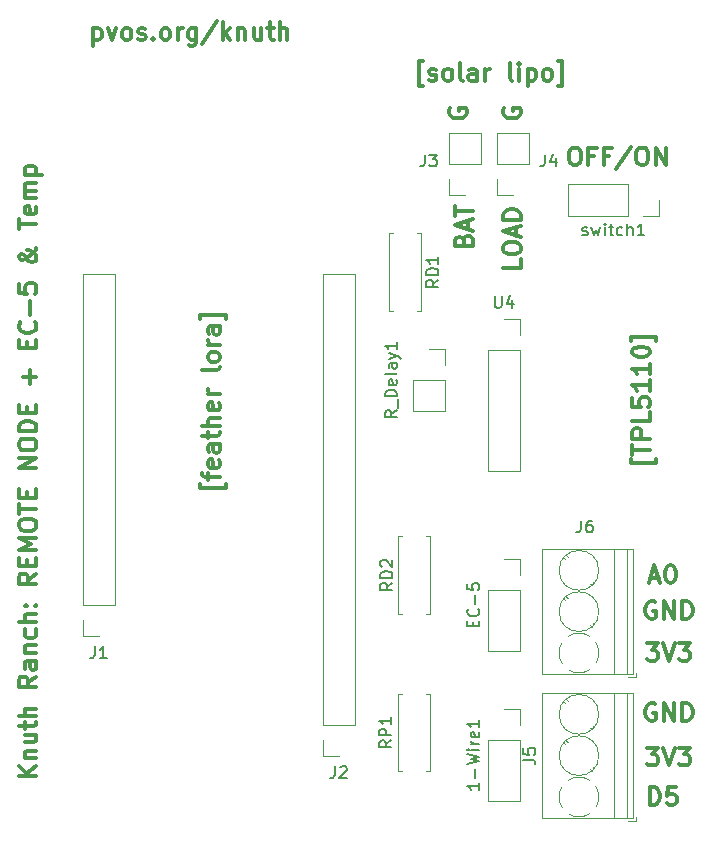
<source format=gbr>
G04 #@! TF.GenerationSoftware,KiCad,Pcbnew,5.0.2-bee76a0~70~ubuntu18.04.1*
G04 #@! TF.CreationDate,2019-07-28T20:07:08-04:00*
G04 #@! TF.ProjectId,knuth-gateway,6b6e7574-682d-4676-9174-657761792e6b,rev?*
G04 #@! TF.SameCoordinates,Original*
G04 #@! TF.FileFunction,Legend,Top*
G04 #@! TF.FilePolarity,Positive*
%FSLAX46Y46*%
G04 Gerber Fmt 4.6, Leading zero omitted, Abs format (unit mm)*
G04 Created by KiCad (PCBNEW 5.0.2-bee76a0~70~ubuntu18.04.1) date Sun 28 Jul 2019 08:07:08 PM EDT*
%MOMM*%
%LPD*%
G01*
G04 APERTURE LIST*
%ADD10C,0.300000*%
%ADD11C,0.120000*%
%ADD12C,0.150000*%
G04 APERTURE END LIST*
D10*
X252742000Y-59551142D02*
X252670571Y-59694000D01*
X252670571Y-59908285D01*
X252742000Y-60122571D01*
X252884857Y-60265428D01*
X253027714Y-60336857D01*
X253313428Y-60408285D01*
X253527714Y-60408285D01*
X253813428Y-60336857D01*
X253956285Y-60265428D01*
X254099142Y-60122571D01*
X254170571Y-59908285D01*
X254170571Y-59765428D01*
X254099142Y-59551142D01*
X254027714Y-59479714D01*
X253527714Y-59479714D01*
X253527714Y-59765428D01*
X254170571Y-72326285D02*
X254170571Y-73040571D01*
X252670571Y-73040571D01*
X252670571Y-71540571D02*
X252670571Y-71254857D01*
X252742000Y-71112000D01*
X252884857Y-70969142D01*
X253170571Y-70897714D01*
X253670571Y-70897714D01*
X253956285Y-70969142D01*
X254099142Y-71112000D01*
X254170571Y-71254857D01*
X254170571Y-71540571D01*
X254099142Y-71683428D01*
X253956285Y-71826285D01*
X253670571Y-71897714D01*
X253170571Y-71897714D01*
X252884857Y-71826285D01*
X252742000Y-71683428D01*
X252670571Y-71540571D01*
X253742000Y-70326285D02*
X253742000Y-69612000D01*
X254170571Y-70469142D02*
X252670571Y-69969142D01*
X254170571Y-69469142D01*
X254170571Y-68969142D02*
X252670571Y-68969142D01*
X252670571Y-68612000D01*
X252742000Y-68397714D01*
X252884857Y-68254857D01*
X253027714Y-68183428D01*
X253313428Y-68112000D01*
X253527714Y-68112000D01*
X253813428Y-68183428D01*
X253956285Y-68254857D01*
X254099142Y-68397714D01*
X254170571Y-68612000D01*
X254170571Y-68969142D01*
X265592571Y-89226400D02*
X265592571Y-89583542D01*
X263449714Y-89583542D01*
X263449714Y-89226400D01*
X263592571Y-88869257D02*
X263592571Y-88012114D01*
X265092571Y-88440685D02*
X263592571Y-88440685D01*
X265092571Y-87512114D02*
X263592571Y-87512114D01*
X263592571Y-86940685D01*
X263664000Y-86797828D01*
X263735428Y-86726400D01*
X263878285Y-86654971D01*
X264092571Y-86654971D01*
X264235428Y-86726400D01*
X264306857Y-86797828D01*
X264378285Y-86940685D01*
X264378285Y-87512114D01*
X265092571Y-85297828D02*
X265092571Y-86012114D01*
X263592571Y-86012114D01*
X263592571Y-84083542D02*
X263592571Y-84797828D01*
X264306857Y-84869257D01*
X264235428Y-84797828D01*
X264164000Y-84654971D01*
X264164000Y-84297828D01*
X264235428Y-84154971D01*
X264306857Y-84083542D01*
X264449714Y-84012114D01*
X264806857Y-84012114D01*
X264949714Y-84083542D01*
X265021142Y-84154971D01*
X265092571Y-84297828D01*
X265092571Y-84654971D01*
X265021142Y-84797828D01*
X264949714Y-84869257D01*
X265092571Y-82583542D02*
X265092571Y-83440685D01*
X265092571Y-83012114D02*
X263592571Y-83012114D01*
X263806857Y-83154971D01*
X263949714Y-83297828D01*
X264021142Y-83440685D01*
X265092571Y-81154971D02*
X265092571Y-82012114D01*
X265092571Y-81583542D02*
X263592571Y-81583542D01*
X263806857Y-81726400D01*
X263949714Y-81869257D01*
X264021142Y-82012114D01*
X263592571Y-80226400D02*
X263592571Y-80083542D01*
X263664000Y-79940685D01*
X263735428Y-79869257D01*
X263878285Y-79797828D01*
X264164000Y-79726400D01*
X264521142Y-79726400D01*
X264806857Y-79797828D01*
X264949714Y-79869257D01*
X265021142Y-79940685D01*
X265092571Y-80083542D01*
X265092571Y-80226400D01*
X265021142Y-80369257D01*
X264949714Y-80440685D01*
X264806857Y-80512114D01*
X264521142Y-80583542D01*
X264164000Y-80583542D01*
X263878285Y-80512114D01*
X263735428Y-80440685D01*
X263664000Y-80369257D01*
X263592571Y-80226400D01*
X265592571Y-79226400D02*
X265592571Y-78869257D01*
X263449714Y-78869257D01*
X263449714Y-79226400D01*
X229168971Y-91343085D02*
X229168971Y-91700228D01*
X227026114Y-91700228D01*
X227026114Y-91343085D01*
X227668971Y-90985942D02*
X227668971Y-90414514D01*
X228668971Y-90771657D02*
X227383257Y-90771657D01*
X227240400Y-90700228D01*
X227168971Y-90557371D01*
X227168971Y-90414514D01*
X228597542Y-89343085D02*
X228668971Y-89485942D01*
X228668971Y-89771657D01*
X228597542Y-89914514D01*
X228454685Y-89985942D01*
X227883257Y-89985942D01*
X227740400Y-89914514D01*
X227668971Y-89771657D01*
X227668971Y-89485942D01*
X227740400Y-89343085D01*
X227883257Y-89271657D01*
X228026114Y-89271657D01*
X228168971Y-89985942D01*
X228668971Y-87985942D02*
X227883257Y-87985942D01*
X227740400Y-88057371D01*
X227668971Y-88200228D01*
X227668971Y-88485942D01*
X227740400Y-88628800D01*
X228597542Y-87985942D02*
X228668971Y-88128800D01*
X228668971Y-88485942D01*
X228597542Y-88628800D01*
X228454685Y-88700228D01*
X228311828Y-88700228D01*
X228168971Y-88628800D01*
X228097542Y-88485942D01*
X228097542Y-88128800D01*
X228026114Y-87985942D01*
X227668971Y-87485942D02*
X227668971Y-86914514D01*
X227168971Y-87271657D02*
X228454685Y-87271657D01*
X228597542Y-87200228D01*
X228668971Y-87057371D01*
X228668971Y-86914514D01*
X228668971Y-86414514D02*
X227168971Y-86414514D01*
X228668971Y-85771657D02*
X227883257Y-85771657D01*
X227740400Y-85843085D01*
X227668971Y-85985942D01*
X227668971Y-86200228D01*
X227740400Y-86343085D01*
X227811828Y-86414514D01*
X228597542Y-84485942D02*
X228668971Y-84628800D01*
X228668971Y-84914514D01*
X228597542Y-85057371D01*
X228454685Y-85128800D01*
X227883257Y-85128800D01*
X227740400Y-85057371D01*
X227668971Y-84914514D01*
X227668971Y-84628800D01*
X227740400Y-84485942D01*
X227883257Y-84414514D01*
X228026114Y-84414514D01*
X228168971Y-85128800D01*
X228668971Y-83771657D02*
X227668971Y-83771657D01*
X227954685Y-83771657D02*
X227811828Y-83700228D01*
X227740400Y-83628800D01*
X227668971Y-83485942D01*
X227668971Y-83343085D01*
X228668971Y-81485942D02*
X228597542Y-81628800D01*
X228454685Y-81700228D01*
X227168971Y-81700228D01*
X228668971Y-80700228D02*
X228597542Y-80843085D01*
X228526114Y-80914514D01*
X228383257Y-80985942D01*
X227954685Y-80985942D01*
X227811828Y-80914514D01*
X227740400Y-80843085D01*
X227668971Y-80700228D01*
X227668971Y-80485942D01*
X227740400Y-80343085D01*
X227811828Y-80271657D01*
X227954685Y-80200228D01*
X228383257Y-80200228D01*
X228526114Y-80271657D01*
X228597542Y-80343085D01*
X228668971Y-80485942D01*
X228668971Y-80700228D01*
X228668971Y-79557371D02*
X227668971Y-79557371D01*
X227954685Y-79557371D02*
X227811828Y-79485942D01*
X227740400Y-79414514D01*
X227668971Y-79271657D01*
X227668971Y-79128800D01*
X228668971Y-77985942D02*
X227883257Y-77985942D01*
X227740400Y-78057371D01*
X227668971Y-78200228D01*
X227668971Y-78485942D01*
X227740400Y-78628800D01*
X228597542Y-77985942D02*
X228668971Y-78128800D01*
X228668971Y-78485942D01*
X228597542Y-78628800D01*
X228454685Y-78700228D01*
X228311828Y-78700228D01*
X228168971Y-78628800D01*
X228097542Y-78485942D01*
X228097542Y-78128800D01*
X228026114Y-77985942D01*
X229168971Y-77414514D02*
X229168971Y-77057371D01*
X227026114Y-77057371D01*
X227026114Y-77414514D01*
X245872714Y-57693571D02*
X245515571Y-57693571D01*
X245515571Y-55550714D01*
X245872714Y-55550714D01*
X246372714Y-57122142D02*
X246515571Y-57193571D01*
X246801285Y-57193571D01*
X246944142Y-57122142D01*
X247015571Y-56979285D01*
X247015571Y-56907857D01*
X246944142Y-56765000D01*
X246801285Y-56693571D01*
X246587000Y-56693571D01*
X246444142Y-56622142D01*
X246372714Y-56479285D01*
X246372714Y-56407857D01*
X246444142Y-56265000D01*
X246587000Y-56193571D01*
X246801285Y-56193571D01*
X246944142Y-56265000D01*
X247872714Y-57193571D02*
X247729857Y-57122142D01*
X247658428Y-57050714D01*
X247587000Y-56907857D01*
X247587000Y-56479285D01*
X247658428Y-56336428D01*
X247729857Y-56265000D01*
X247872714Y-56193571D01*
X248087000Y-56193571D01*
X248229857Y-56265000D01*
X248301285Y-56336428D01*
X248372714Y-56479285D01*
X248372714Y-56907857D01*
X248301285Y-57050714D01*
X248229857Y-57122142D01*
X248087000Y-57193571D01*
X247872714Y-57193571D01*
X249229857Y-57193571D02*
X249087000Y-57122142D01*
X249015571Y-56979285D01*
X249015571Y-55693571D01*
X250444142Y-57193571D02*
X250444142Y-56407857D01*
X250372714Y-56265000D01*
X250229857Y-56193571D01*
X249944142Y-56193571D01*
X249801285Y-56265000D01*
X250444142Y-57122142D02*
X250301285Y-57193571D01*
X249944142Y-57193571D01*
X249801285Y-57122142D01*
X249729857Y-56979285D01*
X249729857Y-56836428D01*
X249801285Y-56693571D01*
X249944142Y-56622142D01*
X250301285Y-56622142D01*
X250444142Y-56550714D01*
X251158428Y-57193571D02*
X251158428Y-56193571D01*
X251158428Y-56479285D02*
X251229857Y-56336428D01*
X251301285Y-56265000D01*
X251444142Y-56193571D01*
X251587000Y-56193571D01*
X253444142Y-57193571D02*
X253301285Y-57122142D01*
X253229857Y-56979285D01*
X253229857Y-55693571D01*
X254015571Y-57193571D02*
X254015571Y-56193571D01*
X254015571Y-55693571D02*
X253944142Y-55765000D01*
X254015571Y-55836428D01*
X254087000Y-55765000D01*
X254015571Y-55693571D01*
X254015571Y-55836428D01*
X254729857Y-56193571D02*
X254729857Y-57693571D01*
X254729857Y-56265000D02*
X254872714Y-56193571D01*
X255158428Y-56193571D01*
X255301285Y-56265000D01*
X255372714Y-56336428D01*
X255444142Y-56479285D01*
X255444142Y-56907857D01*
X255372714Y-57050714D01*
X255301285Y-57122142D01*
X255158428Y-57193571D01*
X254872714Y-57193571D01*
X254729857Y-57122142D01*
X256301285Y-57193571D02*
X256158428Y-57122142D01*
X256087000Y-57050714D01*
X256015571Y-56907857D01*
X256015571Y-56479285D01*
X256087000Y-56336428D01*
X256158428Y-56265000D01*
X256301285Y-56193571D01*
X256515571Y-56193571D01*
X256658428Y-56265000D01*
X256729857Y-56336428D01*
X256801285Y-56479285D01*
X256801285Y-56907857D01*
X256729857Y-57050714D01*
X256658428Y-57122142D01*
X256515571Y-57193571D01*
X256301285Y-57193571D01*
X257301285Y-57693571D02*
X257658428Y-57693571D01*
X257658428Y-55550714D01*
X257301285Y-55550714D01*
X249320857Y-70703142D02*
X249392285Y-70488857D01*
X249463714Y-70417428D01*
X249606571Y-70346000D01*
X249820857Y-70346000D01*
X249963714Y-70417428D01*
X250035142Y-70488857D01*
X250106571Y-70631714D01*
X250106571Y-71203142D01*
X248606571Y-71203142D01*
X248606571Y-70703142D01*
X248678000Y-70560285D01*
X248749428Y-70488857D01*
X248892285Y-70417428D01*
X249035142Y-70417428D01*
X249178000Y-70488857D01*
X249249428Y-70560285D01*
X249320857Y-70703142D01*
X249320857Y-71203142D01*
X249678000Y-69774571D02*
X249678000Y-69060285D01*
X250106571Y-69917428D02*
X248606571Y-69417428D01*
X250106571Y-68917428D01*
X248606571Y-68631714D02*
X248606571Y-67774571D01*
X250106571Y-68203142D02*
X248606571Y-68203142D01*
X248170000Y-59551142D02*
X248098571Y-59694000D01*
X248098571Y-59908285D01*
X248170000Y-60122571D01*
X248312857Y-60265428D01*
X248455714Y-60336857D01*
X248741428Y-60408285D01*
X248955714Y-60408285D01*
X249241428Y-60336857D01*
X249384285Y-60265428D01*
X249527142Y-60122571D01*
X249598571Y-59908285D01*
X249598571Y-59765428D01*
X249527142Y-59551142D01*
X249455714Y-59479714D01*
X248955714Y-59479714D01*
X248955714Y-59765428D01*
X265120571Y-99310000D02*
X265834857Y-99310000D01*
X264977714Y-99738571D02*
X265477714Y-98238571D01*
X265977714Y-99738571D01*
X266763428Y-98238571D02*
X266906285Y-98238571D01*
X267049142Y-98310000D01*
X267120571Y-98381428D01*
X267192000Y-98524285D01*
X267263428Y-98810000D01*
X267263428Y-99167142D01*
X267192000Y-99452857D01*
X267120571Y-99595714D01*
X267049142Y-99667142D01*
X266906285Y-99738571D01*
X266763428Y-99738571D01*
X266620571Y-99667142D01*
X266549142Y-99595714D01*
X266477714Y-99452857D01*
X266406285Y-99167142D01*
X266406285Y-98810000D01*
X266477714Y-98524285D01*
X266549142Y-98381428D01*
X266620571Y-98310000D01*
X266763428Y-98238571D01*
X264842857Y-104842571D02*
X265771428Y-104842571D01*
X265271428Y-105414000D01*
X265485714Y-105414000D01*
X265628571Y-105485428D01*
X265700000Y-105556857D01*
X265771428Y-105699714D01*
X265771428Y-106056857D01*
X265700000Y-106199714D01*
X265628571Y-106271142D01*
X265485714Y-106342571D01*
X265057142Y-106342571D01*
X264914285Y-106271142D01*
X264842857Y-106199714D01*
X266200000Y-104842571D02*
X266700000Y-106342571D01*
X267200000Y-104842571D01*
X267557142Y-104842571D02*
X268485714Y-104842571D01*
X267985714Y-105414000D01*
X268200000Y-105414000D01*
X268342857Y-105485428D01*
X268414285Y-105556857D01*
X268485714Y-105699714D01*
X268485714Y-106056857D01*
X268414285Y-106199714D01*
X268342857Y-106271142D01*
X268200000Y-106342571D01*
X267771428Y-106342571D01*
X267628571Y-106271142D01*
X267557142Y-106199714D01*
X265557142Y-101358000D02*
X265414285Y-101286571D01*
X265200000Y-101286571D01*
X264985714Y-101358000D01*
X264842857Y-101500857D01*
X264771428Y-101643714D01*
X264700000Y-101929428D01*
X264700000Y-102143714D01*
X264771428Y-102429428D01*
X264842857Y-102572285D01*
X264985714Y-102715142D01*
X265200000Y-102786571D01*
X265342857Y-102786571D01*
X265557142Y-102715142D01*
X265628571Y-102643714D01*
X265628571Y-102143714D01*
X265342857Y-102143714D01*
X266271428Y-102786571D02*
X266271428Y-101286571D01*
X267128571Y-102786571D01*
X267128571Y-101286571D01*
X267842857Y-102786571D02*
X267842857Y-101286571D01*
X268200000Y-101286571D01*
X268414285Y-101358000D01*
X268557142Y-101500857D01*
X268628571Y-101643714D01*
X268700000Y-101929428D01*
X268700000Y-102143714D01*
X268628571Y-102429428D01*
X268557142Y-102572285D01*
X268414285Y-102715142D01*
X268200000Y-102786571D01*
X267842857Y-102786571D01*
X265084857Y-118534571D02*
X265084857Y-117034571D01*
X265442000Y-117034571D01*
X265656285Y-117106000D01*
X265799142Y-117248857D01*
X265870571Y-117391714D01*
X265942000Y-117677428D01*
X265942000Y-117891714D01*
X265870571Y-118177428D01*
X265799142Y-118320285D01*
X265656285Y-118463142D01*
X265442000Y-118534571D01*
X265084857Y-118534571D01*
X267299142Y-117034571D02*
X266584857Y-117034571D01*
X266513428Y-117748857D01*
X266584857Y-117677428D01*
X266727714Y-117606000D01*
X267084857Y-117606000D01*
X267227714Y-117677428D01*
X267299142Y-117748857D01*
X267370571Y-117891714D01*
X267370571Y-118248857D01*
X267299142Y-118391714D01*
X267227714Y-118463142D01*
X267084857Y-118534571D01*
X266727714Y-118534571D01*
X266584857Y-118463142D01*
X266513428Y-118391714D01*
X264842857Y-113681771D02*
X265771428Y-113681771D01*
X265271428Y-114253200D01*
X265485714Y-114253200D01*
X265628571Y-114324628D01*
X265700000Y-114396057D01*
X265771428Y-114538914D01*
X265771428Y-114896057D01*
X265700000Y-115038914D01*
X265628571Y-115110342D01*
X265485714Y-115181771D01*
X265057142Y-115181771D01*
X264914285Y-115110342D01*
X264842857Y-115038914D01*
X266200000Y-113681771D02*
X266700000Y-115181771D01*
X267200000Y-113681771D01*
X267557142Y-113681771D02*
X268485714Y-113681771D01*
X267985714Y-114253200D01*
X268200000Y-114253200D01*
X268342857Y-114324628D01*
X268414285Y-114396057D01*
X268485714Y-114538914D01*
X268485714Y-114896057D01*
X268414285Y-115038914D01*
X268342857Y-115110342D01*
X268200000Y-115181771D01*
X267771428Y-115181771D01*
X267628571Y-115110342D01*
X267557142Y-115038914D01*
X265557142Y-109994000D02*
X265414285Y-109922571D01*
X265200000Y-109922571D01*
X264985714Y-109994000D01*
X264842857Y-110136857D01*
X264771428Y-110279714D01*
X264700000Y-110565428D01*
X264700000Y-110779714D01*
X264771428Y-111065428D01*
X264842857Y-111208285D01*
X264985714Y-111351142D01*
X265200000Y-111422571D01*
X265342857Y-111422571D01*
X265557142Y-111351142D01*
X265628571Y-111279714D01*
X265628571Y-110779714D01*
X265342857Y-110779714D01*
X266271428Y-111422571D02*
X266271428Y-109922571D01*
X267128571Y-111422571D01*
X267128571Y-109922571D01*
X267842857Y-111422571D02*
X267842857Y-109922571D01*
X268200000Y-109922571D01*
X268414285Y-109994000D01*
X268557142Y-110136857D01*
X268628571Y-110279714D01*
X268700000Y-110565428D01*
X268700000Y-110779714D01*
X268628571Y-111065428D01*
X268557142Y-111208285D01*
X268414285Y-111351142D01*
X268200000Y-111422571D01*
X267842857Y-111422571D01*
X258596285Y-62869071D02*
X258882000Y-62869071D01*
X259024857Y-62940500D01*
X259167714Y-63083357D01*
X259239142Y-63369071D01*
X259239142Y-63869071D01*
X259167714Y-64154785D01*
X259024857Y-64297642D01*
X258882000Y-64369071D01*
X258596285Y-64369071D01*
X258453428Y-64297642D01*
X258310571Y-64154785D01*
X258239142Y-63869071D01*
X258239142Y-63369071D01*
X258310571Y-63083357D01*
X258453428Y-62940500D01*
X258596285Y-62869071D01*
X260382000Y-63583357D02*
X259882000Y-63583357D01*
X259882000Y-64369071D02*
X259882000Y-62869071D01*
X260596285Y-62869071D01*
X261667714Y-63583357D02*
X261167714Y-63583357D01*
X261167714Y-64369071D02*
X261167714Y-62869071D01*
X261882000Y-62869071D01*
X263524857Y-62797642D02*
X262239142Y-64726214D01*
X264310571Y-62869071D02*
X264596285Y-62869071D01*
X264739142Y-62940500D01*
X264882000Y-63083357D01*
X264953428Y-63369071D01*
X264953428Y-63869071D01*
X264882000Y-64154785D01*
X264739142Y-64297642D01*
X264596285Y-64369071D01*
X264310571Y-64369071D01*
X264167714Y-64297642D01*
X264024857Y-64154785D01*
X263953428Y-63869071D01*
X263953428Y-63369071D01*
X264024857Y-63083357D01*
X264167714Y-62940500D01*
X264310571Y-62869071D01*
X265596285Y-64369071D02*
X265596285Y-62869071D01*
X266453428Y-64369071D01*
X266453428Y-62869071D01*
X217972714Y-52764571D02*
X217972714Y-54264571D01*
X217972714Y-52836000D02*
X218115571Y-52764571D01*
X218401285Y-52764571D01*
X218544142Y-52836000D01*
X218615571Y-52907428D01*
X218687000Y-53050285D01*
X218687000Y-53478857D01*
X218615571Y-53621714D01*
X218544142Y-53693142D01*
X218401285Y-53764571D01*
X218115571Y-53764571D01*
X217972714Y-53693142D01*
X219187000Y-52764571D02*
X219544142Y-53764571D01*
X219901285Y-52764571D01*
X220687000Y-53764571D02*
X220544142Y-53693142D01*
X220472714Y-53621714D01*
X220401285Y-53478857D01*
X220401285Y-53050285D01*
X220472714Y-52907428D01*
X220544142Y-52836000D01*
X220687000Y-52764571D01*
X220901285Y-52764571D01*
X221044142Y-52836000D01*
X221115571Y-52907428D01*
X221187000Y-53050285D01*
X221187000Y-53478857D01*
X221115571Y-53621714D01*
X221044142Y-53693142D01*
X220901285Y-53764571D01*
X220687000Y-53764571D01*
X221758428Y-53693142D02*
X221901285Y-53764571D01*
X222187000Y-53764571D01*
X222329857Y-53693142D01*
X222401285Y-53550285D01*
X222401285Y-53478857D01*
X222329857Y-53336000D01*
X222187000Y-53264571D01*
X221972714Y-53264571D01*
X221829857Y-53193142D01*
X221758428Y-53050285D01*
X221758428Y-52978857D01*
X221829857Y-52836000D01*
X221972714Y-52764571D01*
X222187000Y-52764571D01*
X222329857Y-52836000D01*
X223044142Y-53621714D02*
X223115571Y-53693142D01*
X223044142Y-53764571D01*
X222972714Y-53693142D01*
X223044142Y-53621714D01*
X223044142Y-53764571D01*
X223972714Y-53764571D02*
X223829857Y-53693142D01*
X223758428Y-53621714D01*
X223687000Y-53478857D01*
X223687000Y-53050285D01*
X223758428Y-52907428D01*
X223829857Y-52836000D01*
X223972714Y-52764571D01*
X224187000Y-52764571D01*
X224329857Y-52836000D01*
X224401285Y-52907428D01*
X224472714Y-53050285D01*
X224472714Y-53478857D01*
X224401285Y-53621714D01*
X224329857Y-53693142D01*
X224187000Y-53764571D01*
X223972714Y-53764571D01*
X225115571Y-53764571D02*
X225115571Y-52764571D01*
X225115571Y-53050285D02*
X225187000Y-52907428D01*
X225258428Y-52836000D01*
X225401285Y-52764571D01*
X225544142Y-52764571D01*
X226687000Y-52764571D02*
X226687000Y-53978857D01*
X226615571Y-54121714D01*
X226544142Y-54193142D01*
X226401285Y-54264571D01*
X226187000Y-54264571D01*
X226044142Y-54193142D01*
X226687000Y-53693142D02*
X226544142Y-53764571D01*
X226258428Y-53764571D01*
X226115571Y-53693142D01*
X226044142Y-53621714D01*
X225972714Y-53478857D01*
X225972714Y-53050285D01*
X226044142Y-52907428D01*
X226115571Y-52836000D01*
X226258428Y-52764571D01*
X226544142Y-52764571D01*
X226687000Y-52836000D01*
X228472714Y-52193142D02*
X227187000Y-54121714D01*
X228972714Y-53764571D02*
X228972714Y-52264571D01*
X229115571Y-53193142D02*
X229544142Y-53764571D01*
X229544142Y-52764571D02*
X228972714Y-53336000D01*
X230187000Y-52764571D02*
X230187000Y-53764571D01*
X230187000Y-52907428D02*
X230258428Y-52836000D01*
X230401285Y-52764571D01*
X230615571Y-52764571D01*
X230758428Y-52836000D01*
X230829857Y-52978857D01*
X230829857Y-53764571D01*
X232187000Y-52764571D02*
X232187000Y-53764571D01*
X231544142Y-52764571D02*
X231544142Y-53550285D01*
X231615571Y-53693142D01*
X231758428Y-53764571D01*
X231972714Y-53764571D01*
X232115571Y-53693142D01*
X232187000Y-53621714D01*
X232687000Y-52764571D02*
X233258428Y-52764571D01*
X232901285Y-52264571D02*
X232901285Y-53550285D01*
X232972714Y-53693142D01*
X233115571Y-53764571D01*
X233258428Y-53764571D01*
X233758428Y-53764571D02*
X233758428Y-52264571D01*
X234401285Y-53764571D02*
X234401285Y-52978857D01*
X234329857Y-52836000D01*
X234187000Y-52764571D01*
X233972714Y-52764571D01*
X233829857Y-52836000D01*
X233758428Y-52907428D01*
X213149571Y-116082714D02*
X211649571Y-116082714D01*
X213149571Y-115225571D02*
X212292428Y-115868428D01*
X211649571Y-115225571D02*
X212506714Y-116082714D01*
X212149571Y-114582714D02*
X213149571Y-114582714D01*
X212292428Y-114582714D02*
X212221000Y-114511285D01*
X212149571Y-114368428D01*
X212149571Y-114154142D01*
X212221000Y-114011285D01*
X212363857Y-113939857D01*
X213149571Y-113939857D01*
X212149571Y-112582714D02*
X213149571Y-112582714D01*
X212149571Y-113225571D02*
X212935285Y-113225571D01*
X213078142Y-113154142D01*
X213149571Y-113011285D01*
X213149571Y-112797000D01*
X213078142Y-112654142D01*
X213006714Y-112582714D01*
X212149571Y-112082714D02*
X212149571Y-111511285D01*
X211649571Y-111868428D02*
X212935285Y-111868428D01*
X213078142Y-111797000D01*
X213149571Y-111654142D01*
X213149571Y-111511285D01*
X213149571Y-111011285D02*
X211649571Y-111011285D01*
X213149571Y-110368428D02*
X212363857Y-110368428D01*
X212221000Y-110439857D01*
X212149571Y-110582714D01*
X212149571Y-110797000D01*
X212221000Y-110939857D01*
X212292428Y-111011285D01*
X213149571Y-107654142D02*
X212435285Y-108154142D01*
X213149571Y-108511285D02*
X211649571Y-108511285D01*
X211649571Y-107939857D01*
X211721000Y-107797000D01*
X211792428Y-107725571D01*
X211935285Y-107654142D01*
X212149571Y-107654142D01*
X212292428Y-107725571D01*
X212363857Y-107797000D01*
X212435285Y-107939857D01*
X212435285Y-108511285D01*
X213149571Y-106368428D02*
X212363857Y-106368428D01*
X212221000Y-106439857D01*
X212149571Y-106582714D01*
X212149571Y-106868428D01*
X212221000Y-107011285D01*
X213078142Y-106368428D02*
X213149571Y-106511285D01*
X213149571Y-106868428D01*
X213078142Y-107011285D01*
X212935285Y-107082714D01*
X212792428Y-107082714D01*
X212649571Y-107011285D01*
X212578142Y-106868428D01*
X212578142Y-106511285D01*
X212506714Y-106368428D01*
X212149571Y-105654142D02*
X213149571Y-105654142D01*
X212292428Y-105654142D02*
X212221000Y-105582714D01*
X212149571Y-105439857D01*
X212149571Y-105225571D01*
X212221000Y-105082714D01*
X212363857Y-105011285D01*
X213149571Y-105011285D01*
X213078142Y-103654142D02*
X213149571Y-103797000D01*
X213149571Y-104082714D01*
X213078142Y-104225571D01*
X213006714Y-104297000D01*
X212863857Y-104368428D01*
X212435285Y-104368428D01*
X212292428Y-104297000D01*
X212221000Y-104225571D01*
X212149571Y-104082714D01*
X212149571Y-103797000D01*
X212221000Y-103654142D01*
X213149571Y-103011285D02*
X211649571Y-103011285D01*
X213149571Y-102368428D02*
X212363857Y-102368428D01*
X212221000Y-102439857D01*
X212149571Y-102582714D01*
X212149571Y-102797000D01*
X212221000Y-102939857D01*
X212292428Y-103011285D01*
X213006714Y-101654142D02*
X213078142Y-101582714D01*
X213149571Y-101654142D01*
X213078142Y-101725571D01*
X213006714Y-101654142D01*
X213149571Y-101654142D01*
X212221000Y-101654142D02*
X212292428Y-101582714D01*
X212363857Y-101654142D01*
X212292428Y-101725571D01*
X212221000Y-101654142D01*
X212363857Y-101654142D01*
X213149571Y-98939857D02*
X212435285Y-99439857D01*
X213149571Y-99797000D02*
X211649571Y-99797000D01*
X211649571Y-99225571D01*
X211721000Y-99082714D01*
X211792428Y-99011285D01*
X211935285Y-98939857D01*
X212149571Y-98939857D01*
X212292428Y-99011285D01*
X212363857Y-99082714D01*
X212435285Y-99225571D01*
X212435285Y-99797000D01*
X212363857Y-98297000D02*
X212363857Y-97797000D01*
X213149571Y-97582714D02*
X213149571Y-98297000D01*
X211649571Y-98297000D01*
X211649571Y-97582714D01*
X213149571Y-96939857D02*
X211649571Y-96939857D01*
X212721000Y-96439857D01*
X211649571Y-95939857D01*
X213149571Y-95939857D01*
X211649571Y-94939857D02*
X211649571Y-94654142D01*
X211721000Y-94511285D01*
X211863857Y-94368428D01*
X212149571Y-94297000D01*
X212649571Y-94297000D01*
X212935285Y-94368428D01*
X213078142Y-94511285D01*
X213149571Y-94654142D01*
X213149571Y-94939857D01*
X213078142Y-95082714D01*
X212935285Y-95225571D01*
X212649571Y-95297000D01*
X212149571Y-95297000D01*
X211863857Y-95225571D01*
X211721000Y-95082714D01*
X211649571Y-94939857D01*
X211649571Y-93868428D02*
X211649571Y-93011285D01*
X213149571Y-93439857D02*
X211649571Y-93439857D01*
X212363857Y-92511285D02*
X212363857Y-92011285D01*
X213149571Y-91797000D02*
X213149571Y-92511285D01*
X211649571Y-92511285D01*
X211649571Y-91797000D01*
X213149571Y-90011285D02*
X211649571Y-90011285D01*
X213149571Y-89154142D01*
X211649571Y-89154142D01*
X211649571Y-88154142D02*
X211649571Y-87868428D01*
X211721000Y-87725571D01*
X211863857Y-87582714D01*
X212149571Y-87511285D01*
X212649571Y-87511285D01*
X212935285Y-87582714D01*
X213078142Y-87725571D01*
X213149571Y-87868428D01*
X213149571Y-88154142D01*
X213078142Y-88297000D01*
X212935285Y-88439857D01*
X212649571Y-88511285D01*
X212149571Y-88511285D01*
X211863857Y-88439857D01*
X211721000Y-88297000D01*
X211649571Y-88154142D01*
X213149571Y-86868428D02*
X211649571Y-86868428D01*
X211649571Y-86511285D01*
X211721000Y-86297000D01*
X211863857Y-86154142D01*
X212006714Y-86082714D01*
X212292428Y-86011285D01*
X212506714Y-86011285D01*
X212792428Y-86082714D01*
X212935285Y-86154142D01*
X213078142Y-86297000D01*
X213149571Y-86511285D01*
X213149571Y-86868428D01*
X212363857Y-85368428D02*
X212363857Y-84868428D01*
X213149571Y-84654142D02*
X213149571Y-85368428D01*
X211649571Y-85368428D01*
X211649571Y-84654142D01*
X212578142Y-82868428D02*
X212578142Y-81725571D01*
X213149571Y-82297000D02*
X212006714Y-82297000D01*
X212363857Y-79868428D02*
X212363857Y-79368428D01*
X213149571Y-79154142D02*
X213149571Y-79868428D01*
X211649571Y-79868428D01*
X211649571Y-79154142D01*
X213006714Y-77654142D02*
X213078142Y-77725571D01*
X213149571Y-77939857D01*
X213149571Y-78082714D01*
X213078142Y-78297000D01*
X212935285Y-78439857D01*
X212792428Y-78511285D01*
X212506714Y-78582714D01*
X212292428Y-78582714D01*
X212006714Y-78511285D01*
X211863857Y-78439857D01*
X211721000Y-78297000D01*
X211649571Y-78082714D01*
X211649571Y-77939857D01*
X211721000Y-77725571D01*
X211792428Y-77654142D01*
X212578142Y-77011285D02*
X212578142Y-75868428D01*
X211649571Y-74439857D02*
X211649571Y-75154142D01*
X212363857Y-75225571D01*
X212292428Y-75154142D01*
X212221000Y-75011285D01*
X212221000Y-74654142D01*
X212292428Y-74511285D01*
X212363857Y-74439857D01*
X212506714Y-74368428D01*
X212863857Y-74368428D01*
X213006714Y-74439857D01*
X213078142Y-74511285D01*
X213149571Y-74654142D01*
X213149571Y-75011285D01*
X213078142Y-75154142D01*
X213006714Y-75225571D01*
X213149571Y-71368428D02*
X213149571Y-71439857D01*
X213078142Y-71582714D01*
X212863857Y-71797000D01*
X212435285Y-72154142D01*
X212221000Y-72297000D01*
X212006714Y-72368428D01*
X211863857Y-72368428D01*
X211721000Y-72297000D01*
X211649571Y-72154142D01*
X211649571Y-72082714D01*
X211721000Y-71939857D01*
X211863857Y-71868428D01*
X211935285Y-71868428D01*
X212078142Y-71939857D01*
X212149571Y-72011285D01*
X212435285Y-72439857D01*
X212506714Y-72511285D01*
X212649571Y-72582714D01*
X212863857Y-72582714D01*
X213006714Y-72511285D01*
X213078142Y-72439857D01*
X213149571Y-72297000D01*
X213149571Y-72082714D01*
X213078142Y-71939857D01*
X213006714Y-71868428D01*
X212721000Y-71654142D01*
X212506714Y-71582714D01*
X212363857Y-71582714D01*
X211649571Y-69797000D02*
X211649571Y-68939857D01*
X213149571Y-69368428D02*
X211649571Y-69368428D01*
X213078142Y-67868428D02*
X213149571Y-68011285D01*
X213149571Y-68297000D01*
X213078142Y-68439857D01*
X212935285Y-68511285D01*
X212363857Y-68511285D01*
X212221000Y-68439857D01*
X212149571Y-68297000D01*
X212149571Y-68011285D01*
X212221000Y-67868428D01*
X212363857Y-67797000D01*
X212506714Y-67797000D01*
X212649571Y-68511285D01*
X213149571Y-67154142D02*
X212149571Y-67154142D01*
X212292428Y-67154142D02*
X212221000Y-67082714D01*
X212149571Y-66939857D01*
X212149571Y-66725571D01*
X212221000Y-66582714D01*
X212363857Y-66511285D01*
X213149571Y-66511285D01*
X212363857Y-66511285D02*
X212221000Y-66439857D01*
X212149571Y-66297000D01*
X212149571Y-66082714D01*
X212221000Y-65939857D01*
X212363857Y-65868428D01*
X213149571Y-65868428D01*
X212149571Y-65154142D02*
X213649571Y-65154142D01*
X212221000Y-65154142D02*
X212149571Y-65011285D01*
X212149571Y-64725571D01*
X212221000Y-64582714D01*
X212292428Y-64511285D01*
X212435285Y-64439857D01*
X212863857Y-64439857D01*
X213006714Y-64511285D01*
X213078142Y-64582714D01*
X213149571Y-64725571D01*
X213149571Y-65011285D01*
X213078142Y-65154142D01*
D11*
G04 #@! TO.C,R_Delay1*
X245050000Y-82550000D02*
X247710000Y-82550000D01*
X245050000Y-82550000D02*
X245050000Y-85150000D01*
X245050000Y-85150000D02*
X247710000Y-85150000D01*
X247710000Y-82550000D02*
X247710000Y-85150000D01*
X247710000Y-79950000D02*
X247710000Y-81280000D01*
X246380000Y-79950000D02*
X247710000Y-79950000D01*
G04 #@! TO.C,U4*
X251400000Y-80010000D02*
X254060000Y-80010000D01*
X251400000Y-80010000D02*
X251400000Y-90230000D01*
X251400000Y-90230000D02*
X254060000Y-90230000D01*
X254060000Y-80010000D02*
X254060000Y-90230000D01*
X254060000Y-77410000D02*
X254060000Y-78740000D01*
X252730000Y-77410000D02*
X254060000Y-77410000D01*
G04 #@! TO.C,1-Wire1*
X252730000Y-110430000D02*
X254060000Y-110430000D01*
X254060000Y-110430000D02*
X254060000Y-111760000D01*
X254060000Y-113030000D02*
X254060000Y-118170000D01*
X251400000Y-118170000D02*
X254060000Y-118170000D01*
X251400000Y-113030000D02*
X251400000Y-118170000D01*
X251400000Y-113030000D02*
X254060000Y-113030000D01*
G04 #@! TO.C,EC-5*
X251400000Y-100330000D02*
X254060000Y-100330000D01*
X251400000Y-100330000D02*
X251400000Y-105470000D01*
X251400000Y-105470000D02*
X254060000Y-105470000D01*
X254060000Y-100330000D02*
X254060000Y-105470000D01*
X254060000Y-97730000D02*
X254060000Y-99060000D01*
X252730000Y-97730000D02*
X254060000Y-97730000D01*
G04 #@! TO.C,J1*
X219770000Y-101600000D02*
X217110000Y-101600000D01*
X219770000Y-101600000D02*
X219770000Y-73600000D01*
X219770000Y-73600000D02*
X217110000Y-73600000D01*
X217110000Y-101600000D02*
X217110000Y-73600000D01*
X217110000Y-104200000D02*
X217110000Y-102870000D01*
X218440000Y-104200000D02*
X217110000Y-104200000D01*
G04 #@! TO.C,J2*
X240090000Y-111760000D02*
X237430000Y-111760000D01*
X240090000Y-111760000D02*
X240090000Y-73600000D01*
X240090000Y-73600000D02*
X237430000Y-73600000D01*
X237430000Y-111760000D02*
X237430000Y-73600000D01*
X237430000Y-114360000D02*
X237430000Y-113030000D01*
X238760000Y-114360000D02*
X237430000Y-114360000D01*
G04 #@! TO.C,switch1*
X263271000Y-65980000D02*
X263271000Y-68640000D01*
X263271000Y-65980000D02*
X258131000Y-65980000D01*
X258131000Y-65980000D02*
X258131000Y-68640000D01*
X263271000Y-68640000D02*
X258131000Y-68640000D01*
X265871000Y-68640000D02*
X264541000Y-68640000D01*
X265871000Y-67310000D02*
X265871000Y-68640000D01*
G04 #@! TO.C,RD1*
X242978000Y-76676000D02*
X243308000Y-76676000D01*
X242978000Y-70136000D02*
X242978000Y-76676000D01*
X243308000Y-70136000D02*
X242978000Y-70136000D01*
X245718000Y-76676000D02*
X245388000Y-76676000D01*
X245718000Y-70136000D02*
X245718000Y-76676000D01*
X245388000Y-70136000D02*
X245718000Y-70136000D01*
G04 #@! TO.C,RD2*
X246150000Y-95790000D02*
X246480000Y-95790000D01*
X246480000Y-95790000D02*
X246480000Y-102330000D01*
X246480000Y-102330000D02*
X246150000Y-102330000D01*
X244070000Y-95790000D02*
X243740000Y-95790000D01*
X243740000Y-95790000D02*
X243740000Y-102330000D01*
X243740000Y-102330000D02*
X244070000Y-102330000D01*
G04 #@! TO.C,RP1*
X244070000Y-115665000D02*
X243740000Y-115665000D01*
X243740000Y-115665000D02*
X243740000Y-109125000D01*
X243740000Y-109125000D02*
X244070000Y-109125000D01*
X246150000Y-115665000D02*
X246480000Y-115665000D01*
X246480000Y-115665000D02*
X246480000Y-109125000D01*
X246480000Y-109125000D02*
X246150000Y-109125000D01*
G04 #@! TO.C,J3*
X250758000Y-64262000D02*
X248098000Y-64262000D01*
X250758000Y-64262000D02*
X250758000Y-61662000D01*
X250758000Y-61662000D02*
X248098000Y-61662000D01*
X248098000Y-64262000D02*
X248098000Y-61662000D01*
X248098000Y-66862000D02*
X248098000Y-65532000D01*
X249428000Y-66862000D02*
X248098000Y-66862000D01*
G04 #@! TO.C,J4*
X253492000Y-66862000D02*
X252162000Y-66862000D01*
X252162000Y-66862000D02*
X252162000Y-65532000D01*
X252162000Y-64262000D02*
X252162000Y-61662000D01*
X254822000Y-61662000D02*
X252162000Y-61662000D01*
X254822000Y-64262000D02*
X254822000Y-61662000D01*
X254822000Y-64262000D02*
X252162000Y-64262000D01*
G04 #@! TO.C,J5*
X263880000Y-119906000D02*
X263880000Y-119506000D01*
X263240000Y-119906000D02*
X263880000Y-119906000D01*
X260021000Y-112001000D02*
X260149000Y-112130000D01*
X257805000Y-109786000D02*
X257899000Y-109880000D01*
X260261000Y-111831000D02*
X260354000Y-111925000D01*
X258011000Y-109581000D02*
X258139000Y-109710000D01*
X260021000Y-115501000D02*
X260149000Y-115630000D01*
X257805000Y-113286000D02*
X257899000Y-113380000D01*
X260261000Y-115331000D02*
X260354000Y-115425000D01*
X258011000Y-113081000D02*
X258139000Y-113210000D01*
X255920000Y-109046000D02*
X263640000Y-109046000D01*
X255920000Y-119666000D02*
X263640000Y-119666000D01*
X263640000Y-119666000D02*
X263640000Y-109046000D01*
X255920000Y-119666000D02*
X255920000Y-109046000D01*
X262080000Y-119666000D02*
X262080000Y-109046000D01*
X263180000Y-119666000D02*
X263180000Y-109046000D01*
X260760000Y-110856000D02*
G75*
G03X260760000Y-110856000I-1680000J0D01*
G01*
X260760000Y-114356000D02*
G75*
G03X260760000Y-114356000I-1680000J0D01*
G01*
X260760099Y-117827326D02*
G75*
G02X260520000Y-118722000I-1680099J-28674D01*
G01*
X259969894Y-119281358D02*
G75*
G02X258214000Y-119296000I-889894J1425358D01*
G01*
X257654642Y-118745894D02*
G75*
G02X257640000Y-116990000I1425358J889894D01*
G01*
X258189807Y-116430495D02*
G75*
G02X259971000Y-116431000I890193J-1425505D01*
G01*
X260504721Y-116965736D02*
G75*
G02X260760000Y-117856000I-1424721J-890264D01*
G01*
G04 #@! TO.C,J6*
X263880000Y-107714000D02*
X263880000Y-107314000D01*
X263240000Y-107714000D02*
X263880000Y-107714000D01*
X260021000Y-99809000D02*
X260149000Y-99938000D01*
X257805000Y-97594000D02*
X257899000Y-97688000D01*
X260261000Y-99639000D02*
X260354000Y-99733000D01*
X258011000Y-97389000D02*
X258139000Y-97518000D01*
X260021000Y-103309000D02*
X260149000Y-103438000D01*
X257805000Y-101094000D02*
X257899000Y-101188000D01*
X260261000Y-103139000D02*
X260354000Y-103233000D01*
X258011000Y-100889000D02*
X258139000Y-101018000D01*
X255920000Y-96854000D02*
X263640000Y-96854000D01*
X255920000Y-107474000D02*
X263640000Y-107474000D01*
X263640000Y-107474000D02*
X263640000Y-96854000D01*
X255920000Y-107474000D02*
X255920000Y-96854000D01*
X262080000Y-107474000D02*
X262080000Y-96854000D01*
X263180000Y-107474000D02*
X263180000Y-96854000D01*
X260760000Y-98664000D02*
G75*
G03X260760000Y-98664000I-1680000J0D01*
G01*
X260760000Y-102164000D02*
G75*
G03X260760000Y-102164000I-1680000J0D01*
G01*
X260760099Y-105635326D02*
G75*
G02X260520000Y-106530000I-1680099J-28674D01*
G01*
X259969894Y-107089358D02*
G75*
G02X258214000Y-107104000I-889894J1425358D01*
G01*
X257654642Y-106553894D02*
G75*
G02X257640000Y-104798000I1425358J889894D01*
G01*
X258189807Y-104238495D02*
G75*
G02X259971000Y-104239000I890193J-1425505D01*
G01*
X260504721Y-104773736D02*
G75*
G02X260760000Y-105664000I-1424721J-890264D01*
G01*
G04 #@! TO.C,R_Delay1*
D12*
X243657380Y-85121428D02*
X243181190Y-85454761D01*
X243657380Y-85692857D02*
X242657380Y-85692857D01*
X242657380Y-85311904D01*
X242705000Y-85216666D01*
X242752619Y-85169047D01*
X242847857Y-85121428D01*
X242990714Y-85121428D01*
X243085952Y-85169047D01*
X243133571Y-85216666D01*
X243181190Y-85311904D01*
X243181190Y-85692857D01*
X243752619Y-84930952D02*
X243752619Y-84169047D01*
X243657380Y-83930952D02*
X242657380Y-83930952D01*
X242657380Y-83692857D01*
X242705000Y-83550000D01*
X242800238Y-83454761D01*
X242895476Y-83407142D01*
X243085952Y-83359523D01*
X243228809Y-83359523D01*
X243419285Y-83407142D01*
X243514523Y-83454761D01*
X243609761Y-83550000D01*
X243657380Y-83692857D01*
X243657380Y-83930952D01*
X243609761Y-82550000D02*
X243657380Y-82645238D01*
X243657380Y-82835714D01*
X243609761Y-82930952D01*
X243514523Y-82978571D01*
X243133571Y-82978571D01*
X243038333Y-82930952D01*
X242990714Y-82835714D01*
X242990714Y-82645238D01*
X243038333Y-82550000D01*
X243133571Y-82502380D01*
X243228809Y-82502380D01*
X243324047Y-82978571D01*
X243657380Y-81930952D02*
X243609761Y-82026190D01*
X243514523Y-82073809D01*
X242657380Y-82073809D01*
X243657380Y-81121428D02*
X243133571Y-81121428D01*
X243038333Y-81169047D01*
X242990714Y-81264285D01*
X242990714Y-81454761D01*
X243038333Y-81550000D01*
X243609761Y-81121428D02*
X243657380Y-81216666D01*
X243657380Y-81454761D01*
X243609761Y-81550000D01*
X243514523Y-81597619D01*
X243419285Y-81597619D01*
X243324047Y-81550000D01*
X243276428Y-81454761D01*
X243276428Y-81216666D01*
X243228809Y-81121428D01*
X242990714Y-80740476D02*
X243657380Y-80502380D01*
X242990714Y-80264285D02*
X243657380Y-80502380D01*
X243895476Y-80597619D01*
X243943095Y-80645238D01*
X243990714Y-80740476D01*
X243657380Y-79359523D02*
X243657380Y-79930952D01*
X243657380Y-79645238D02*
X242657380Y-79645238D01*
X242800238Y-79740476D01*
X242895476Y-79835714D01*
X242943095Y-79930952D01*
G04 #@! TO.C,U4*
X251968095Y-75422380D02*
X251968095Y-76231904D01*
X252015714Y-76327142D01*
X252063333Y-76374761D01*
X252158571Y-76422380D01*
X252349047Y-76422380D01*
X252444285Y-76374761D01*
X252491904Y-76327142D01*
X252539523Y-76231904D01*
X252539523Y-75422380D01*
X253444285Y-75755714D02*
X253444285Y-76422380D01*
X253206190Y-75374761D02*
X252968095Y-76089047D01*
X253587142Y-76089047D01*
G04 #@! TO.C,1-Wire1*
X250642380Y-116657142D02*
X250642380Y-117228571D01*
X250642380Y-116942857D02*
X249642380Y-116942857D01*
X249785238Y-117038095D01*
X249880476Y-117133333D01*
X249928095Y-117228571D01*
X250261428Y-116228571D02*
X250261428Y-115466666D01*
X249642380Y-115085714D02*
X250642380Y-114847619D01*
X249928095Y-114657142D01*
X250642380Y-114466666D01*
X249642380Y-114228571D01*
X250642380Y-113847619D02*
X249975714Y-113847619D01*
X249642380Y-113847619D02*
X249690000Y-113895238D01*
X249737619Y-113847619D01*
X249690000Y-113800000D01*
X249642380Y-113847619D01*
X249737619Y-113847619D01*
X250642380Y-113371428D02*
X249975714Y-113371428D01*
X250166190Y-113371428D02*
X250070952Y-113323809D01*
X250023333Y-113276190D01*
X249975714Y-113180952D01*
X249975714Y-113085714D01*
X250594761Y-112371428D02*
X250642380Y-112466666D01*
X250642380Y-112657142D01*
X250594761Y-112752380D01*
X250499523Y-112800000D01*
X250118571Y-112800000D01*
X250023333Y-112752380D01*
X249975714Y-112657142D01*
X249975714Y-112466666D01*
X250023333Y-112371428D01*
X250118571Y-112323809D01*
X250213809Y-112323809D01*
X250309047Y-112800000D01*
X250642380Y-111371428D02*
X250642380Y-111942857D01*
X250642380Y-111657142D02*
X249642380Y-111657142D01*
X249785238Y-111752380D01*
X249880476Y-111847619D01*
X249928095Y-111942857D01*
G04 #@! TO.C,EC-5*
X250118571Y-103409523D02*
X250118571Y-103076190D01*
X250642380Y-102933333D02*
X250642380Y-103409523D01*
X249642380Y-103409523D01*
X249642380Y-102933333D01*
X250547142Y-101933333D02*
X250594761Y-101980952D01*
X250642380Y-102123809D01*
X250642380Y-102219047D01*
X250594761Y-102361904D01*
X250499523Y-102457142D01*
X250404285Y-102504761D01*
X250213809Y-102552380D01*
X250070952Y-102552380D01*
X249880476Y-102504761D01*
X249785238Y-102457142D01*
X249690000Y-102361904D01*
X249642380Y-102219047D01*
X249642380Y-102123809D01*
X249690000Y-101980952D01*
X249737619Y-101933333D01*
X250261428Y-101504761D02*
X250261428Y-100742857D01*
X249642380Y-99790476D02*
X249642380Y-100266666D01*
X250118571Y-100314285D01*
X250070952Y-100266666D01*
X250023333Y-100171428D01*
X250023333Y-99933333D01*
X250070952Y-99838095D01*
X250118571Y-99790476D01*
X250213809Y-99742857D01*
X250451904Y-99742857D01*
X250547142Y-99790476D01*
X250594761Y-99838095D01*
X250642380Y-99933333D01*
X250642380Y-100171428D01*
X250594761Y-100266666D01*
X250547142Y-100314285D01*
G04 #@! TO.C,J1*
X218106666Y-105092380D02*
X218106666Y-105806666D01*
X218059047Y-105949523D01*
X217963809Y-106044761D01*
X217820952Y-106092380D01*
X217725714Y-106092380D01*
X219106666Y-106092380D02*
X218535238Y-106092380D01*
X218820952Y-106092380D02*
X218820952Y-105092380D01*
X218725714Y-105235238D01*
X218630476Y-105330476D01*
X218535238Y-105378095D01*
G04 #@! TO.C,J2*
X238426666Y-115252380D02*
X238426666Y-115966666D01*
X238379047Y-116109523D01*
X238283809Y-116204761D01*
X238140952Y-116252380D01*
X238045714Y-116252380D01*
X238855238Y-115347619D02*
X238902857Y-115300000D01*
X238998095Y-115252380D01*
X239236190Y-115252380D01*
X239331428Y-115300000D01*
X239379047Y-115347619D01*
X239426666Y-115442857D01*
X239426666Y-115538095D01*
X239379047Y-115680952D01*
X238807619Y-116252380D01*
X239426666Y-116252380D01*
G04 #@! TO.C,switch1*
X259381952Y-70254761D02*
X259477190Y-70302380D01*
X259667666Y-70302380D01*
X259762904Y-70254761D01*
X259810523Y-70159523D01*
X259810523Y-70111904D01*
X259762904Y-70016666D01*
X259667666Y-69969047D01*
X259524809Y-69969047D01*
X259429571Y-69921428D01*
X259381952Y-69826190D01*
X259381952Y-69778571D01*
X259429571Y-69683333D01*
X259524809Y-69635714D01*
X259667666Y-69635714D01*
X259762904Y-69683333D01*
X260143857Y-69635714D02*
X260334333Y-70302380D01*
X260524809Y-69826190D01*
X260715285Y-70302380D01*
X260905761Y-69635714D01*
X261286714Y-70302380D02*
X261286714Y-69635714D01*
X261286714Y-69302380D02*
X261239095Y-69350000D01*
X261286714Y-69397619D01*
X261334333Y-69350000D01*
X261286714Y-69302380D01*
X261286714Y-69397619D01*
X261620047Y-69635714D02*
X262001000Y-69635714D01*
X261762904Y-69302380D02*
X261762904Y-70159523D01*
X261810523Y-70254761D01*
X261905761Y-70302380D01*
X262001000Y-70302380D01*
X262762904Y-70254761D02*
X262667666Y-70302380D01*
X262477190Y-70302380D01*
X262381952Y-70254761D01*
X262334333Y-70207142D01*
X262286714Y-70111904D01*
X262286714Y-69826190D01*
X262334333Y-69730952D01*
X262381952Y-69683333D01*
X262477190Y-69635714D01*
X262667666Y-69635714D01*
X262762904Y-69683333D01*
X263191476Y-70302380D02*
X263191476Y-69302380D01*
X263620047Y-70302380D02*
X263620047Y-69778571D01*
X263572428Y-69683333D01*
X263477190Y-69635714D01*
X263334333Y-69635714D01*
X263239095Y-69683333D01*
X263191476Y-69730952D01*
X264620047Y-70302380D02*
X264048619Y-70302380D01*
X264334333Y-70302380D02*
X264334333Y-69302380D01*
X264239095Y-69445238D01*
X264143857Y-69540476D01*
X264048619Y-69588095D01*
G04 #@! TO.C,RD1*
X247170380Y-74072666D02*
X246694190Y-74406000D01*
X247170380Y-74644095D02*
X246170380Y-74644095D01*
X246170380Y-74263142D01*
X246218000Y-74167904D01*
X246265619Y-74120285D01*
X246360857Y-74072666D01*
X246503714Y-74072666D01*
X246598952Y-74120285D01*
X246646571Y-74167904D01*
X246694190Y-74263142D01*
X246694190Y-74644095D01*
X247170380Y-73644095D02*
X246170380Y-73644095D01*
X246170380Y-73406000D01*
X246218000Y-73263142D01*
X246313238Y-73167904D01*
X246408476Y-73120285D01*
X246598952Y-73072666D01*
X246741809Y-73072666D01*
X246932285Y-73120285D01*
X247027523Y-73167904D01*
X247122761Y-73263142D01*
X247170380Y-73406000D01*
X247170380Y-73644095D01*
X247170380Y-72120285D02*
X247170380Y-72691714D01*
X247170380Y-72406000D02*
X246170380Y-72406000D01*
X246313238Y-72501238D01*
X246408476Y-72596476D01*
X246456095Y-72691714D01*
G04 #@! TO.C,RD2*
X243276380Y-99726666D02*
X242800190Y-100060000D01*
X243276380Y-100298095D02*
X242276380Y-100298095D01*
X242276380Y-99917142D01*
X242324000Y-99821904D01*
X242371619Y-99774285D01*
X242466857Y-99726666D01*
X242609714Y-99726666D01*
X242704952Y-99774285D01*
X242752571Y-99821904D01*
X242800190Y-99917142D01*
X242800190Y-100298095D01*
X243276380Y-99298095D02*
X242276380Y-99298095D01*
X242276380Y-99060000D01*
X242324000Y-98917142D01*
X242419238Y-98821904D01*
X242514476Y-98774285D01*
X242704952Y-98726666D01*
X242847809Y-98726666D01*
X243038285Y-98774285D01*
X243133523Y-98821904D01*
X243228761Y-98917142D01*
X243276380Y-99060000D01*
X243276380Y-99298095D01*
X242371619Y-98345714D02*
X242324000Y-98298095D01*
X242276380Y-98202857D01*
X242276380Y-97964761D01*
X242324000Y-97869523D01*
X242371619Y-97821904D01*
X242466857Y-97774285D01*
X242562095Y-97774285D01*
X242704952Y-97821904D01*
X243276380Y-98393333D01*
X243276380Y-97774285D01*
G04 #@! TO.C,RP1*
X243192380Y-113061666D02*
X242716190Y-113395000D01*
X243192380Y-113633095D02*
X242192380Y-113633095D01*
X242192380Y-113252142D01*
X242240000Y-113156904D01*
X242287619Y-113109285D01*
X242382857Y-113061666D01*
X242525714Y-113061666D01*
X242620952Y-113109285D01*
X242668571Y-113156904D01*
X242716190Y-113252142D01*
X242716190Y-113633095D01*
X243192380Y-112633095D02*
X242192380Y-112633095D01*
X242192380Y-112252142D01*
X242240000Y-112156904D01*
X242287619Y-112109285D01*
X242382857Y-112061666D01*
X242525714Y-112061666D01*
X242620952Y-112109285D01*
X242668571Y-112156904D01*
X242716190Y-112252142D01*
X242716190Y-112633095D01*
X243192380Y-111109285D02*
X243192380Y-111680714D01*
X243192380Y-111395000D02*
X242192380Y-111395000D01*
X242335238Y-111490238D01*
X242430476Y-111585476D01*
X242478095Y-111680714D01*
G04 #@! TO.C,J3*
X246046666Y-63460380D02*
X246046666Y-64174666D01*
X245999047Y-64317523D01*
X245903809Y-64412761D01*
X245760952Y-64460380D01*
X245665714Y-64460380D01*
X246427619Y-63460380D02*
X247046666Y-63460380D01*
X246713333Y-63841333D01*
X246856190Y-63841333D01*
X246951428Y-63888952D01*
X246999047Y-63936571D01*
X247046666Y-64031809D01*
X247046666Y-64269904D01*
X246999047Y-64365142D01*
X246951428Y-64412761D01*
X246856190Y-64460380D01*
X246570476Y-64460380D01*
X246475238Y-64412761D01*
X246427619Y-64365142D01*
G04 #@! TO.C,J4*
X256206666Y-63460380D02*
X256206666Y-64174666D01*
X256159047Y-64317523D01*
X256063809Y-64412761D01*
X255920952Y-64460380D01*
X255825714Y-64460380D01*
X257111428Y-63793714D02*
X257111428Y-64460380D01*
X256873333Y-63412761D02*
X256635238Y-64127047D01*
X257254285Y-64127047D01*
G04 #@! TO.C,J5*
X254372380Y-114689333D02*
X255086666Y-114689333D01*
X255229523Y-114736952D01*
X255324761Y-114832190D01*
X255372380Y-114975047D01*
X255372380Y-115070285D01*
X254372380Y-113736952D02*
X254372380Y-114213142D01*
X254848571Y-114260761D01*
X254800952Y-114213142D01*
X254753333Y-114117904D01*
X254753333Y-113879809D01*
X254800952Y-113784571D01*
X254848571Y-113736952D01*
X254943809Y-113689333D01*
X255181904Y-113689333D01*
X255277142Y-113736952D01*
X255324761Y-113784571D01*
X255372380Y-113879809D01*
X255372380Y-114117904D01*
X255324761Y-114213142D01*
X255277142Y-114260761D01*
G04 #@! TO.C,J6*
X259254666Y-94448380D02*
X259254666Y-95162666D01*
X259207047Y-95305523D01*
X259111809Y-95400761D01*
X258968952Y-95448380D01*
X258873714Y-95448380D01*
X260159428Y-94448380D02*
X259968952Y-94448380D01*
X259873714Y-94496000D01*
X259826095Y-94543619D01*
X259730857Y-94686476D01*
X259683238Y-94876952D01*
X259683238Y-95257904D01*
X259730857Y-95353142D01*
X259778476Y-95400761D01*
X259873714Y-95448380D01*
X260064190Y-95448380D01*
X260159428Y-95400761D01*
X260207047Y-95353142D01*
X260254666Y-95257904D01*
X260254666Y-95019809D01*
X260207047Y-94924571D01*
X260159428Y-94876952D01*
X260064190Y-94829333D01*
X259873714Y-94829333D01*
X259778476Y-94876952D01*
X259730857Y-94924571D01*
X259683238Y-95019809D01*
G04 #@! TD*
M02*

</source>
